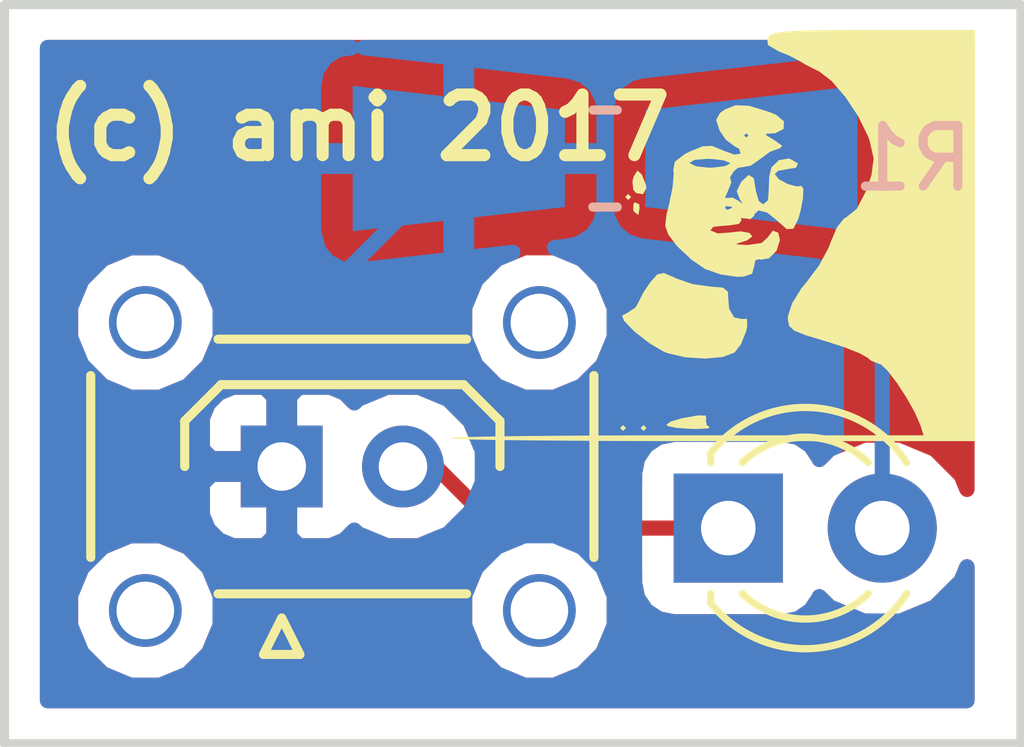
<source format=kicad_pcb>
(kicad_pcb (version 20160815) (host pcbnew "(2017-01-24 revision 0b6147e)-makepkg")

  (general
    (links 3)
    (no_connects 0)
    (area 128.956999 94.920999 145.871001 107.263001)
    (thickness 1.6)
    (drawings 6)
    (tracks 8)
    (zones 0)
    (modules 4)
    (nets 4)
  )

  (page A4)
  (title_block
    (title "LED 2 layer example")
    (date 2017-01-28)
    (rev 0.1)
    (company "Amitesh Singh")
  )

  (layers
    (0 F.Cu signal)
    (31 B.Cu signal)
    (32 B.Adhes user)
    (33 F.Adhes user)
    (34 B.Paste user)
    (35 F.Paste user)
    (36 B.SilkS user)
    (37 F.SilkS user)
    (38 B.Mask user)
    (39 F.Mask user)
    (40 Dwgs.User user)
    (41 Cmts.User user)
    (42 Eco1.User user)
    (43 Eco2.User user)
    (44 Edge.Cuts user)
    (45 Margin user)
    (46 B.CrtYd user)
    (47 F.CrtYd user)
    (48 B.Fab user)
    (49 F.Fab user)
  )

  (setup
    (last_trace_width 0.25)
    (trace_clearance 0.2)
    (zone_clearance 0.508)
    (zone_45_only no)
    (trace_min 0.2)
    (segment_width 0.2)
    (edge_width 0.15)
    (via_size 0.8)
    (via_drill 0.4)
    (via_min_size 0.4)
    (via_min_drill 0.3)
    (uvia_size 0.3)
    (uvia_drill 0.1)
    (uvias_allowed no)
    (uvia_min_size 0.2)
    (uvia_min_drill 0.1)
    (pcb_text_width 0.3)
    (pcb_text_size 1.5 1.5)
    (mod_edge_width 0.15)
    (mod_text_size 1 1)
    (mod_text_width 0.15)
    (pad_size 1.524 1.524)
    (pad_drill 0.762)
    (pad_to_mask_clearance 0.2)
    (aux_axis_origin 0 0)
    (visible_elements 7FFFFFFF)
    (pcbplotparams
      (layerselection 0x00030_ffffffff)
      (usegerberextensions false)
      (excludeedgelayer true)
      (linewidth 0.100000)
      (plotframeref false)
      (viasonmask false)
      (mode 1)
      (useauxorigin false)
      (hpglpennumber 1)
      (hpglpenspeed 20)
      (hpglpendiameter 15)
      (psnegative false)
      (psa4output false)
      (plotreference true)
      (plotvalue true)
      (plotinvisibletext false)
      (padsonsilk false)
      (subtractmaskfromsilk false)
      (outputformat 1)
      (mirror false)
      (drillshape 1)
      (scaleselection 1)
      (outputdirectory ""))
  )

  (net 0 "")
  (net 1 "Net-(D1-Pad2)")
  (net 2 GND)
  (net 3 VCC)

  (net_class Default "This is the default net class."
    (clearance 0.2)
    (trace_width 0.25)
    (via_dia 0.8)
    (via_drill 0.4)
    (uvia_dia 0.3)
    (uvia_drill 0.1)
    (add_net GND)
    (add_net "Net-(D1-Pad2)")
    (add_net VCC)
  )

  (module LEDs:LED_D3.0mm (layer F.Cu) (tedit 588C320D) (tstamp 588C1E8C)
    (at 140.97 103.632)
    (descr "LED, diameter 3.0mm, 2 pins")
    (tags "LED diameter 3.0mm 2 pins")
    (path /588C17F9)
    (fp_text reference D1 (at 1.27 -2.96) (layer F.SilkS) hide
      (effects (font (size 1 1) (thickness 0.15)))
    )
    (fp_text value LED (at 1.524 2.286) (layer F.Fab) hide
      (effects (font (size 1 1) (thickness 0.15)))
    )
    (fp_line (start 3.7 -2.25) (end -1.15 -2.25) (layer F.CrtYd) (width 0.05))
    (fp_line (start 3.7 2.25) (end 3.7 -2.25) (layer F.CrtYd) (width 0.05))
    (fp_line (start -1.15 2.25) (end 3.7 2.25) (layer F.CrtYd) (width 0.05))
    (fp_line (start -1.15 -2.25) (end -1.15 2.25) (layer F.CrtYd) (width 0.05))
    (fp_line (start -0.29 1.08) (end -0.29 1.236) (layer F.SilkS) (width 0.12))
    (fp_line (start -0.29 -1.236) (end -0.29 -1.08) (layer F.SilkS) (width 0.12))
    (fp_line (start -0.23 -1.16619) (end -0.23 1.16619) (layer F.Fab) (width 0.1))
    (fp_circle (center 1.27 0) (end 2.77 0) (layer F.Fab) (width 0.1))
    (fp_arc (start 1.27 0) (end 0.229039 1.08) (angle -87.9) (layer F.SilkS) (width 0.12))
    (fp_arc (start 1.27 0) (end 0.229039 -1.08) (angle 87.9) (layer F.SilkS) (width 0.12))
    (fp_arc (start 1.27 0) (end -0.29 1.235516) (angle -108.8) (layer F.SilkS) (width 0.12))
    (fp_arc (start 1.27 0) (end -0.29 -1.235516) (angle 108.8) (layer F.SilkS) (width 0.12))
    (fp_arc (start 1.27 0) (end -0.23 -1.16619) (angle 284.3) (layer F.Fab) (width 0.1))
    (pad 2 thru_hole circle (at 2.54 0) (size 1.8 1.8) (drill 0.9) (layers *.Cu *.Mask)
      (net 1 "Net-(D1-Pad2)"))
    (pad 1 thru_hole rect (at 0 0) (size 1.8 1.8) (drill 0.9) (layers *.Cu *.Mask)
      (net 2 GND))
    (model LEDs.3dshapes/LED_D3.0mm.wrl
      (at (xyz 0 0 0))
      (scale (xyz 0.393701 0.393701 0.393701))
      (rotate (xyz 0 0 0))
    )
  )

  (module Resistors_Universal:Resistor_SMDuniversal_0805to1206_HandSoldering (layer B.Cu) (tedit 588C2F35) (tstamp 588C1E96)
    (at 138.938 97.536)
    (descr "Resistor, SMD, universal, 0805 to 1206, Hand soldering,")
    (tags "Resistor, SMD, universal, 0805 to 1206, Hand soldering,")
    (path /588C17AD)
    (fp_text reference R1 (at 5.08 0) (layer B.SilkS)
      (effects (font (size 1 1) (thickness 0.15)) (justify mirror))
    )
    (fp_text value R (at 0 0 90) (layer B.Fab)
      (effects (font (size 1 1) (thickness 0.15)) (justify mirror))
    )
    (fp_line (start -0.20066 0.8001) (end 0.20066 0.8001) (layer B.SilkS) (width 0.15))
    (fp_line (start -0.09906 0.8001) (end -0.20066 0.8001) (layer B.SilkS) (width 0.15))
    (fp_line (start 0 -0.8001) (end -0.20066 -0.8001) (layer B.SilkS) (width 0.15))
    (fp_line (start 0 -0.8001) (end 0.20066 -0.8001) (layer B.SilkS) (width 0.15))
    (pad 2 smd trapezoid (at 2.413 0 180) (size 3.50012 1.99898) (rect_delta 0.39878 0 ) (layers B.Cu B.Paste B.Mask)
      (net 1 "Net-(D1-Pad2)"))
    (pad 1 smd trapezoid (at -2.413 0) (size 3.50012 1.99898) (rect_delta 0.39878 0 ) (layers B.Cu B.Paste B.Mask)
      (net 3 VCC))
  )

  (module Connectors_Harwin:Harwin_LTek-Male_02x2.00mm_Straight_StrainRelief (layer F.Cu) (tedit 588C3205) (tstamp 588C27FE)
    (at 133.604 102.616)
    (descr "Harwin LTek Connector, 2 pins, single row male, vertical entry, strain relief clip")
    (tags "connector harwin ltek M80")
    (path /588C1E88)
    (fp_text reference P1 (at 1 -3.5) (layer F.SilkS) hide
      (effects (font (size 1 1) (thickness 0.15)))
    )
    (fp_text value CONN_01X02 (at 1.27 3.81) (layer F.Fab) hide
      (effects (font (size 1 1) (thickness 0.15)))
    )
    (fp_line (start 0.3 3.1) (end 0 2.5) (layer F.SilkS) (width 0.15))
    (fp_line (start -0.3 3.1) (end 0.3 3.1) (layer F.SilkS) (width 0.15))
    (fp_line (start 0 2.5) (end -0.3 3.1) (layer F.SilkS) (width 0.15))
    (fp_line (start 3 -1.35) (end 1 -1.35) (layer F.SilkS) (width 0.15))
    (fp_line (start 3.6 -0.75) (end 3 -1.35) (layer F.SilkS) (width 0.15))
    (fp_line (start 3.6 0) (end 3.6 -0.75) (layer F.SilkS) (width 0.15))
    (fp_line (start -1 -1.35) (end 1 -1.35) (layer F.SilkS) (width 0.15))
    (fp_line (start -1.6 -0.75) (end -1 -1.35) (layer F.SilkS) (width 0.15))
    (fp_line (start -1.6 0) (end -1.6 -0.75) (layer F.SilkS) (width 0.15))
    (fp_line (start 3.75 1.5) (end -1.75 1.5) (layer F.Fab) (width 0.05))
    (fp_line (start 3.75 -0.75) (end 3.75 1.5) (layer F.Fab) (width 0.05))
    (fp_line (start 3 -1.5) (end 3.75 -0.75) (layer F.Fab) (width 0.05))
    (fp_line (start -1 -1.5) (end 3 -1.5) (layer F.Fab) (width 0.05))
    (fp_line (start -1.75 -0.75) (end -1 -1.5) (layer F.Fab) (width 0.05))
    (fp_line (start -1.75 1.5) (end -1.75 -0.75) (layer F.Fab) (width 0.05))
    (fp_line (start 5.05 -2) (end -3.05 -2) (layer F.Fab) (width 0.05))
    (fp_line (start 5.05 2) (end 5.05 -2) (layer F.Fab) (width 0.05))
    (fp_line (start -3.05 2) (end 5.05 2) (layer F.Fab) (width 0.05))
    (fp_line (start -3.05 -2) (end -3.05 2) (layer F.Fab) (width 0.05))
    (fp_line (start 5.5 -3.5) (end -3.5 -3.5) (layer F.CrtYd) (width 0.05))
    (fp_line (start 5.5 3.5) (end 5.5 -3.5) (layer F.CrtYd) (width 0.05))
    (fp_line (start -3.5 3.5) (end 5.5 3.5) (layer F.CrtYd) (width 0.05))
    (fp_line (start -3.5 -3.5) (end -3.5 3.5) (layer F.CrtYd) (width 0.05))
    (fp_line (start 5.15 -1.5) (end 5.15 1.5) (layer F.SilkS) (width 0.15))
    (fp_line (start -3.15 -1.5) (end -3.15 1.5) (layer F.SilkS) (width 0.15))
    (fp_line (start -1.05 2.1) (end 3.05 2.1) (layer F.SilkS) (width 0.15))
    (fp_line (start -1.05 -2.1) (end 3.05 -2.1) (layer F.SilkS) (width 0.15))
    (pad "" thru_hole circle (at 4.25 2.375) (size 1.2 1.2) (drill 0.95) (layers *.Cu *.Mask))
    (pad "" thru_hole circle (at 4.25 -2.375) (size 1.2 1.2) (drill 0.95) (layers *.Cu *.Mask))
    (pad "" thru_hole circle (at -2.25 2.375) (size 1.2 1.2) (drill 0.95) (layers *.Cu *.Mask))
    (pad "" thru_hole circle (at -2.25 -2.375) (size 1.2 1.2) (drill 0.95) (layers *.Cu *.Mask))
    (pad 2 thru_hole circle (at 2 0) (size 1.35 1.35) (drill 0.8) (layers *.Cu *.Mask)
      (net 2 GND))
    (pad 1 thru_hole rect (at 0 0) (size 1.35 1.35) (drill 0.8) (layers *.Cu *.Mask)
      (net 3 VCC))
    (model Connectors_Harwin.3dshapes/Harwin_LTek-Male_02x2.00mm_Straight_StrainRelief.wrl
      (at (xyz 0 0 0))
      (scale (xyz 1 1 1))
      (rotate (xyz 0 0 0))
    )
  )

  (module led2layer:superme (layer F.Cu) (tedit 588C3175) (tstamp 588C30BC)
    (at 140.716 98.806)
    (fp_text reference G*** (at 0 0) (layer F.SilkS) hide
      (effects (font (thickness 0.3)))
    )
    (fp_text value LOGO (at 1.016 0.254) (layer F.SilkS) hide
      (effects (font (thickness 0.3)))
    )
    (fp_poly (pts (xy -1.174848 -1.001932) (xy -1.108553 -0.835263) (xy -1.101964 -0.783166) (xy -1.154454 -0.687075)
      (xy -1.261268 -0.703585) (xy -1.307612 -0.754359) (xy -1.321651 -0.891512) (xy -1.300826 -0.973125)
      (xy -1.241858 -1.063868) (xy -1.174848 -1.001932)) (layer F.SilkS) (width 0.01))
    (fp_poly (pts (xy -1.354667 -0.635) (xy -1.397 -0.592666) (xy -1.439334 -0.635) (xy -1.397 -0.677333)
      (xy -1.354667 -0.635)) (layer F.SilkS) (width 0.01))
    (fp_poly (pts (xy -1.222468 -0.515682) (xy -1.213556 -0.461942) (xy -1.232025 -0.346905) (xy -1.293325 -0.393625)
      (xy -1.308718 -0.417483) (xy -1.304455 -0.524221) (xy -1.285493 -0.540758) (xy -1.222468 -0.515682)) (layer F.SilkS) (width 0.01))
    (fp_poly (pts (xy 0.599715 -2.134372) (xy 0.911081 -2.038929) (xy 1.037166 -1.989426) (xy 1.167461 -1.881387)
      (xy 1.162036 -1.761872) (xy 1.029634 -1.692658) (xy 0.994833 -1.690333) (xy 0.868566 -1.682959)
      (xy 0.880286 -1.647657) (xy 1.016 -1.566333) (xy 1.137143 -1.47808) (xy 1.103782 -1.442679)
      (xy 1.095464 -1.442333) (xy 0.94105 -1.385676) (xy 0.776868 -1.26568) (xy 0.623349 -1.156396)
      (xy 0.516497 -1.137748) (xy 0.409623 -1.120328) (xy 0.337892 -1.057401) (xy 0.276273 -0.955299)
      (xy 0.288945 -0.931333) (xy 0.297454 -0.868359) (xy 0.24551 -0.740833) (xy 0.194676 -0.622351)
      (xy 0.213574 -0.613099) (xy 0.325194 -0.619887) (xy 0.415543 -0.570765) (xy 0.505205 -0.50776)
      (xy 0.476141 -0.560746) (xy 0.4515 -0.592907) (xy 0.398848 -0.731912) (xy 0.471792 -0.883059)
      (xy 0.591547 -0.994178) (xy 0.669689 -0.941895) (xy 0.707091 -0.725624) (xy 0.707114 -0.725223)
      (xy 0.75408 -0.563375) (xy 0.831881 -0.50806) (xy 0.913935 -0.581838) (xy 0.925563 -0.740833)
      (xy 0.934117 -0.971933) (xy 0.970574 -1.121833) (xy 1.09131 -1.239379) (xy 1.260868 -1.266013)
      (xy 1.394579 -1.189125) (xy 1.397 -1.185333) (xy 1.367024 -1.122551) (xy 1.232663 -1.100666)
      (xy 1.071188 -1.071386) (xy 1.016 -1.013272) (xy 1.085663 -0.923804) (xy 1.239987 -0.84161)
      (xy 1.396976 -0.803943) (xy 1.45309 -0.814692) (xy 1.487392 -0.774007) (xy 1.481946 -0.620595)
      (xy 1.441314 -0.40516) (xy 1.404521 -0.275166) (xy 1.325172 -0.117043) (xy 1.219304 -0.110291)
      (xy 1.059049 -0.253209) (xy 1.058333 -0.254) (xy 0.896313 -0.383263) (xy 0.75405 -0.420317)
      (xy 0.679782 -0.355588) (xy 0.677333 -0.329608) (xy 0.615403 -0.273913) (xy 0.545935 -0.286305)
      (xy 0.458536 -0.292222) (xy 0.466266 -0.25303) (xy 0.429348 -0.196794) (xy 0.25794 -0.170137)
      (xy 0.211666 -0.169333) (xy 0.009146 -0.148731) (xy -0.044548 -0.090596) (xy -0.03927 -0.07971)
      (xy 0.077479 -0.030202) (xy 0.259994 -0.04365) (xy 0.461311 -0.06376) (xy 0.600186 -0.038595)
      (xy 0.644412 0.013937) (xy 0.561786 0.075929) (xy 0.507146 0.093778) (xy 0.381749 0.13362)
      (xy 0.403153 0.152254) (xy 0.574157 0.160894) (xy 0.804189 0.128672) (xy 0.900715 0.042334)
      (xy 0.991026 -0.075065) (xy 1.075142 -0.043102) (xy 1.100666 0.0743) (xy 1.047241 0.246943)
      (xy 0.924174 0.370553) (xy 0.787281 0.393643) (xy 0.765708 0.383292) (xy 0.695404 0.40585)
      (xy 0.677333 0.503003) (xy 0.643188 0.626095) (xy 0.510212 0.672918) (xy 0.402166 0.676812)
      (xy 0.121918 0.635573) (xy -0.127 0.546757) (xy -0.353951 0.391646) (xy -0.576503 0.181687)
      (xy -0.602339 0.151756) (xy -0.731681 -0.017739) (xy -0.780609 -0.157721) (xy -0.761236 -0.340022)
      (xy -0.726476 -0.479778) (xy 0.197555 -0.479778) (xy 0.209177 -0.429443) (xy 0.254 -0.423333)
      (xy 0.32369 -0.454311) (xy 0.310444 -0.479778) (xy 0.209964 -0.489911) (xy 0.197555 -0.479778)
      (xy -0.726476 -0.479778) (xy -0.715968 -0.522022) (xy -0.660159 -0.792024) (xy -0.640938 -1.01317)
      (xy -0.64793 -1.082036) (xy -0.62543 -1.204114) (xy -0.386331 -1.204114) (xy -0.381486 -1.186119)
      (xy -0.270983 -1.135403) (xy -0.061435 -1.114251) (xy 0.001014 -1.115195) (xy 0.198078 -1.138974)
      (xy 0.289154 -1.182671) (xy 0.287839 -1.199076) (xy 0.182833 -1.244031) (xy -0.02455 -1.268502)
      (xy -0.094661 -1.27) (xy -0.305222 -1.252056) (xy -0.386331 -1.204114) (xy -0.62543 -1.204114)
      (xy -0.623635 -1.21385) (xy -0.460956 -1.339383) (xy -0.382569 -1.379201) (xy -0.167508 -1.467551)
      (xy -0.013347 -1.473249) (xy 0.165174 -1.399149) (xy 0.168093 -1.397641) (xy 0.35354 -1.329977)
      (xy 0.459959 -1.345811) (xy 0.462091 -1.348881) (xy 0.436878 -1.434438) (xy 0.361062 -1.475443)
      (xy 0.215341 -1.584564) (xy 0.170875 -1.651) (xy 0.508 -1.651) (xy 0.550333 -1.608666)
      (xy 0.592666 -1.651) (xy 0.550333 -1.693333) (xy 0.508 -1.651) (xy 0.170875 -1.651)
      (xy 0.112621 -1.738035) (xy 0.059154 -1.907252) (xy 0.121908 -2.017901) (xy 0.201843 -2.075683)
      (xy 0.377058 -2.145203) (xy 0.599715 -2.134372)) (layer F.SilkS) (width 0.01))
    (fp_poly (pts (xy -0.638427 0.696059) (xy -0.610657 0.710364) (xy -0.333584 0.806884) (xy -0.041216 0.846667)
      (xy 0.165659 0.864221) (xy 0.244082 0.930096) (xy 0.246309 0.994834) (xy 0.262332 1.209076)
      (xy 0.348042 1.354723) (xy 0.473778 1.382126) (xy 0.476974 1.380945) (xy 0.557863 1.379531)
      (xy 0.562261 1.490911) (xy 0.544479 1.576791) (xy 0.458654 1.791871) (xy 0.354662 1.926167)
      (xy 0.162109 1.999354) (xy -0.12816 2.025034) (xy -0.45155 2.003951) (xy -0.743462 1.936849)
      (xy -0.804334 1.912802) (xy -1.037774 1.776617) (xy -1.27972 1.589056) (xy -1.312334 1.559029)
      (xy -1.462258 1.403416) (xy -1.492103 1.322867) (xy -1.422145 1.288472) (xy -1.272339 1.190234)
      (xy -1.230246 1.116392) (xy -1.144008 0.944686) (xy -1.028387 0.773864) (xy -0.914312 0.645319)
      (xy -0.808973 0.623131) (xy -0.638427 0.696059)) (layer F.SilkS) (width 0.01))
    (fp_poly (pts (xy -0.123116 2.973568) (xy -0.112531 3.02262) (xy -0.122531 3.040769) (xy -0.10438 3.132843)
      (xy -0.064028 3.156069) (xy -0.075412 3.175931) (xy -0.220909 3.185308) (xy -0.359317 3.184467)
      (xy -0.59383 3.168927) (xy -0.738789 3.140046) (xy -0.761484 3.122084) (xy -0.688705 3.071024)
      (xy -0.511422 3.019125) (xy -0.497417 3.01625) (xy -0.242246 2.972044) (xy -0.123116 2.973568)) (layer F.SilkS) (width 0.01))
    (fp_poly (pts (xy -1.100667 3.175) (xy -1.143 3.217334) (xy -1.185334 3.175) (xy -1.143 3.132667)
      (xy -1.100667 3.175)) (layer F.SilkS) (width 0.01))
    (fp_poly (pts (xy -1.439334 3.175) (xy -1.481667 3.217334) (xy -1.524 3.175) (xy -1.481667 3.132667)
      (xy -1.439334 3.175)) (layer F.SilkS) (width 0.01))
    (fp_poly (pts (xy 4.318 3.386667) (xy -0.014112 3.386667) (xy -0.85098 3.385848) (xy -1.632976 3.383496)
      (xy -2.344464 3.37977) (xy -2.969807 3.374827) (xy -3.493371 3.368825) (xy -3.899518 3.361923)
      (xy -4.172613 3.354279) (xy -4.297021 3.34605) (xy -4.302872 3.343316) (xy -4.211925 3.334447)
      (xy -3.968661 3.326199) (xy -3.590095 3.318758) (xy -3.093242 3.312313) (xy -2.495118 3.307049)
      (xy -1.812737 3.303156) (xy -1.063115 3.30082) (xy -0.388637 3.300199) (xy 3.482246 3.300432)
      (xy 3.426447 3.124624) (xy 3.33836 2.921254) (xy 3.19991 2.674949) (xy 3.040775 2.430322)
      (xy 2.890634 2.231989) (xy 2.779164 2.124563) (xy 2.755944 2.116667) (xy 2.615922 2.062118)
      (xy 2.553992 2.012126) (xy 2.424906 1.938697) (xy 2.181789 1.842314) (xy 1.874531 1.742508)
      (xy 1.838558 1.732044) (xy 1.527171 1.638355) (xy 1.346147 1.564754) (xy 1.262095 1.488226)
      (xy 1.241621 1.385758) (xy 1.244432 1.322552) (xy 1.311817 1.119249) (xy 1.464825 0.873366)
      (xy 1.556956 0.76123) (xy 1.75631 0.493924) (xy 1.914345 0.201321) (xy 1.955278 0.091535)
      (xy 2.051101 -0.132736) (xy 2.165889 -0.277111) (xy 2.200698 -0.296132) (xy 2.379044 -0.439029)
      (xy 2.538287 -0.746089) (xy 2.622211 -1.002439) (xy 2.656289 -1.272941) (xy 2.5907 -1.566551)
      (xy 2.564276 -1.637439) (xy 2.402392 -1.96713) (xy 2.189727 -2.287811) (xy 1.962933 -2.551272)
      (xy 1.758662 -2.709306) (xy 1.744278 -2.716) (xy 1.540879 -2.817728) (xy 1.439333 -2.878515)
      (xy 1.264743 -2.970376) (xy 1.081117 -3.04534) (xy 0.91349 -3.145121) (xy 0.899675 -3.256956)
      (xy 0.938361 -3.301971) (xy 1.029329 -3.335469) (xy 1.194012 -3.359052) (xy 1.453843 -3.374324)
      (xy 1.830254 -3.382888) (xy 2.344679 -3.386348) (xy 2.633725 -3.386666) (xy 4.318 -3.386666)
      (xy 4.318 3.386667)) (layer F.SilkS) (width 0.01))
  )

  (gr_text "(c) ami 2017" (at 134.874 97.028) (layer F.SilkS)
    (effects (font (size 1 1) (thickness 0.2)))
  )
  (gr_line (start 129.286 94.996) (end 129.032 94.996) (angle 90) (layer Edge.Cuts) (width 0.15))
  (gr_line (start 129.032 107.188) (end 129.032 94.996) (angle 90) (layer Edge.Cuts) (width 0.15))
  (gr_line (start 145.796 107.188) (end 129.032 107.188) (angle 90) (layer Edge.Cuts) (width 0.15))
  (gr_line (start 145.796 94.996) (end 145.796 107.188) (angle 90) (layer Edge.Cuts) (width 0.15))
  (gr_line (start 129.286 94.996) (end 145.796 94.996) (angle 90) (layer Edge.Cuts) (width 0.15))

  (segment (start 141.351 97.536) (end 141.732 97.536) (width 0.25) (layer B.Cu) (net 1))
  (segment (start 141.732 97.536) (end 143.51 99.314) (width 0.25) (layer B.Cu) (net 1) (tstamp 588C2A5A))
  (segment (start 143.51 99.314) (end 143.51 103.632) (width 0.25) (layer B.Cu) (net 1) (tstamp 588C2A64))
  (segment (start 135.604 102.616) (end 136.144 102.616) (width 0.25) (layer F.Cu) (net 2))
  (segment (start 136.144 102.616) (end 137.16 103.632) (width 0.25) (layer F.Cu) (net 2) (tstamp 588C2A70))
  (segment (start 137.16 103.632) (end 140.97 103.632) (width 0.25) (layer F.Cu) (net 2) (tstamp 588C2A7A))
  (segment (start 133.604 102.616) (end 133.604 100.457) (width 0.25) (layer B.Cu) (net 3))
  (segment (start 133.604 100.457) (end 136.525 97.536) (width 0.25) (layer B.Cu) (net 3) (tstamp 588C2A55))

  (zone (net 3) (net_name VCC) (layer B.Cu) (tstamp 588C2A49) (hatch edge 0.508)
    (connect_pads (clearance 0.508))
    (min_thickness 0.254)
    (fill yes (arc_segments 16) (thermal_gap 0.508) (thermal_bridge_width 0.508))
    (polygon
      (pts
        (xy 145.034 106.68) (xy 129.54 106.68) (xy 129.54 95.504) (xy 145.034 95.504)
      )
    )
    (filled_polygon
      (pts
        (xy 134.527175 95.738963) (xy 134.317131 95.879311) (xy 134.176783 96.089355) (xy 134.1275 96.33712) (xy 134.1275 97.409)
        (xy 136.398 97.409) (xy 136.652 97.409) (xy 138.9225 97.409) (xy 138.9225 96.7359) (xy 138.897419 96.55744)
        (xy 138.781751 96.332858) (xy 138.588944 96.169635) (xy 138.348351 96.092622) (xy 136.652 95.899351) (xy 136.652 97.409)
        (xy 136.398 97.409) (xy 136.398 95.870412) (xy 134.954943 95.706) (xy 142.921057 95.706) (xy 139.527649 96.092622)
        (xy 139.353175 96.137743) (xy 139.143131 96.278091) (xy 139.002783 96.488135) (xy 138.9535 96.7359) (xy 138.9535 98.3361)
        (xy 138.978581 98.51456) (xy 139.094249 98.739142) (xy 139.287056 98.902365) (xy 139.527649 98.979378) (xy 142.431411 99.310213)
        (xy 142.75 99.628802) (xy 142.75 102.285154) (xy 142.641629 102.329932) (xy 142.471288 102.499975) (xy 142.468157 102.484235)
        (xy 142.327809 102.274191) (xy 142.117765 102.133843) (xy 141.87 102.08456) (xy 140.07 102.08456) (xy 139.822235 102.133843)
        (xy 139.612191 102.274191) (xy 139.471843 102.484235) (xy 139.42256 102.732) (xy 139.42256 104.532) (xy 139.471843 104.779765)
        (xy 139.612191 104.989809) (xy 139.822235 105.130157) (xy 140.07 105.17944) (xy 141.87 105.17944) (xy 142.117765 105.130157)
        (xy 142.327809 104.989809) (xy 142.468157 104.779765) (xy 142.471261 104.764161) (xy 142.639357 104.932551) (xy 143.20333 105.166733)
        (xy 143.813991 105.167265) (xy 144.378371 104.934068) (xy 144.810551 104.502643) (xy 144.907 104.270368) (xy 144.907 106.478)
        (xy 129.742 106.478) (xy 129.742 105.235579) (xy 130.118786 105.235579) (xy 130.306408 105.689657) (xy 130.653515 106.037371)
        (xy 131.107266 106.225785) (xy 131.598579 106.226214) (xy 132.052657 106.038592) (xy 132.400371 105.691485) (xy 132.588785 105.237734)
        (xy 132.588786 105.235579) (xy 136.618786 105.235579) (xy 136.806408 105.689657) (xy 137.153515 106.037371) (xy 137.607266 106.225785)
        (xy 138.098579 106.226214) (xy 138.552657 106.038592) (xy 138.900371 105.691485) (xy 139.088785 105.237734) (xy 139.089214 104.746421)
        (xy 138.901592 104.292343) (xy 138.554485 103.944629) (xy 138.100734 103.756215) (xy 137.609421 103.755786) (xy 137.155343 103.943408)
        (xy 136.807629 104.290515) (xy 136.619215 104.744266) (xy 136.618786 105.235579) (xy 132.588786 105.235579) (xy 132.589214 104.746421)
        (xy 132.401592 104.292343) (xy 132.054485 103.944629) (xy 131.600734 103.756215) (xy 131.109421 103.755786) (xy 130.655343 103.943408)
        (xy 130.307629 104.290515) (xy 130.119215 104.744266) (xy 130.118786 105.235579) (xy 129.742 105.235579) (xy 129.742 102.90175)
        (xy 132.294 102.90175) (xy 132.294 103.41731) (xy 132.390673 103.650699) (xy 132.569302 103.829327) (xy 132.802691 103.926)
        (xy 133.31825 103.926) (xy 133.477 103.76725) (xy 133.477 102.743) (xy 132.45275 102.743) (xy 132.294 102.90175)
        (xy 129.742 102.90175) (xy 129.742 101.81469) (xy 132.294 101.81469) (xy 132.294 102.33025) (xy 132.45275 102.489)
        (xy 133.477 102.489) (xy 133.477 101.46475) (xy 133.731 101.46475) (xy 133.731 102.489) (xy 133.751 102.489)
        (xy 133.751 102.743) (xy 133.731 102.743) (xy 133.731 103.76725) (xy 133.88975 103.926) (xy 134.405309 103.926)
        (xy 134.638698 103.829327) (xy 134.801595 103.666431) (xy 134.860976 103.725916) (xy 135.342282 103.925772) (xy 135.863432 103.926226)
        (xy 136.345086 103.727211) (xy 136.713916 103.359024) (xy 136.913772 102.877718) (xy 136.914226 102.356568) (xy 136.715211 101.874914)
        (xy 136.347024 101.506084) (xy 135.865718 101.306228) (xy 135.344568 101.305774) (xy 134.862914 101.504789) (xy 134.801811 101.565785)
        (xy 134.638698 101.402673) (xy 134.405309 101.306) (xy 133.88975 101.306) (xy 133.731 101.46475) (xy 133.477 101.46475)
        (xy 133.31825 101.306) (xy 132.802691 101.306) (xy 132.569302 101.402673) (xy 132.390673 101.581301) (xy 132.294 101.81469)
        (xy 129.742 101.81469) (xy 129.742 100.485579) (xy 130.118786 100.485579) (xy 130.306408 100.939657) (xy 130.653515 101.287371)
        (xy 131.107266 101.475785) (xy 131.598579 101.476214) (xy 132.052657 101.288592) (xy 132.400371 100.941485) (xy 132.588785 100.487734)
        (xy 132.588786 100.485579) (xy 136.618786 100.485579) (xy 136.806408 100.939657) (xy 137.153515 101.287371) (xy 137.607266 101.475785)
        (xy 138.098579 101.476214) (xy 138.552657 101.288592) (xy 138.900371 100.941485) (xy 139.088785 100.487734) (xy 139.089214 99.996421)
        (xy 138.901592 99.542343) (xy 138.554485 99.194629) (xy 138.103332 99.007294) (xy 138.348351 98.979378) (xy 138.522825 98.934257)
        (xy 138.732869 98.793909) (xy 138.873217 98.583865) (xy 138.9225 98.3361) (xy 138.9225 97.663) (xy 136.652 97.663)
        (xy 136.652 99.172649) (xy 137.416342 99.085565) (xy 137.155343 99.193408) (xy 136.807629 99.540515) (xy 136.619215 99.994266)
        (xy 136.618786 100.485579) (xy 132.588786 100.485579) (xy 132.589214 99.996421) (xy 132.401592 99.542343) (xy 132.054485 99.194629)
        (xy 131.600734 99.006215) (xy 131.109421 99.005786) (xy 130.655343 99.193408) (xy 130.307629 99.540515) (xy 130.119215 99.994266)
        (xy 130.118786 100.485579) (xy 129.742 100.485579) (xy 129.742 97.663) (xy 134.1275 97.663) (xy 134.1275 98.73488)
        (xy 134.208675 99.048764) (xy 134.371898 99.241571) (xy 134.59648 99.357239) (xy 134.848231 99.378158) (xy 136.398 99.201588)
        (xy 136.398 97.663) (xy 134.1275 97.663) (xy 129.742 97.663) (xy 129.742 95.706) (xy 134.761721 95.706)
      )
    )
  )
  (zone (net 3) (net_name VCC) (layer F.Cu) (tstamp 588C2AAD) (hatch edge 0.508)
    (connect_pads (clearance 0.508))
    (min_thickness 0.254)
    (fill yes (arc_segments 16) (thermal_gap 0.508) (thermal_bridge_width 0.508))
    (polygon
      (pts
        (xy 145.034 106.68) (xy 129.54 106.68) (xy 129.54 95.504) (xy 145.034 95.504)
      )
    )
    (filled_polygon
      (pts
        (xy 144.907 102.993382) (xy 144.812068 102.763629) (xy 144.380643 102.331449) (xy 143.81667 102.097267) (xy 143.206009 102.096735)
        (xy 142.641629 102.329932) (xy 142.471288 102.499975) (xy 142.468157 102.484235) (xy 142.327809 102.274191) (xy 142.117765 102.133843)
        (xy 141.87 102.08456) (xy 140.07 102.08456) (xy 139.822235 102.133843) (xy 139.612191 102.274191) (xy 139.471843 102.484235)
        (xy 139.42256 102.732) (xy 139.42256 102.872) (xy 137.474802 102.872) (xy 136.882439 102.279637) (xy 136.715211 101.874914)
        (xy 136.347024 101.506084) (xy 135.865718 101.306228) (xy 135.344568 101.305774) (xy 134.862914 101.504789) (xy 134.801811 101.565785)
        (xy 134.638698 101.402673) (xy 134.405309 101.306) (xy 133.88975 101.306) (xy 133.731 101.46475) (xy 133.731 102.489)
        (xy 133.751 102.489) (xy 133.751 102.743) (xy 133.731 102.743) (xy 133.731 103.76725) (xy 133.88975 103.926)
        (xy 134.405309 103.926) (xy 134.638698 103.829327) (xy 134.801595 103.666431) (xy 134.860976 103.725916) (xy 135.342282 103.925772)
        (xy 135.863432 103.926226) (xy 136.228558 103.77536) (xy 136.622599 104.169401) (xy 136.80681 104.292487) (xy 136.619215 104.744266)
        (xy 136.618786 105.235579) (xy 136.806408 105.689657) (xy 137.153515 106.037371) (xy 137.607266 106.225785) (xy 138.098579 106.226214)
        (xy 138.552657 106.038592) (xy 138.900371 105.691485) (xy 139.088785 105.237734) (xy 139.089214 104.746421) (xy 138.94277 104.392)
        (xy 139.42256 104.392) (xy 139.42256 104.532) (xy 139.471843 104.779765) (xy 139.612191 104.989809) (xy 139.822235 105.130157)
        (xy 140.07 105.17944) (xy 141.87 105.17944) (xy 142.117765 105.130157) (xy 142.327809 104.989809) (xy 142.468157 104.779765)
        (xy 142.471261 104.764161) (xy 142.639357 104.932551) (xy 143.20333 105.166733) (xy 143.813991 105.167265) (xy 144.378371 104.934068)
        (xy 144.810551 104.502643) (xy 144.907 104.270368) (xy 144.907 106.478) (xy 129.742 106.478) (xy 129.742 105.235579)
        (xy 130.118786 105.235579) (xy 130.306408 105.689657) (xy 130.653515 106.037371) (xy 131.107266 106.225785) (xy 131.598579 106.226214)
        (xy 132.052657 106.038592) (xy 132.400371 105.691485) (xy 132.588785 105.237734) (xy 132.589214 104.746421) (xy 132.401592 104.292343)
        (xy 132.054485 103.944629) (xy 131.600734 103.756215) (xy 131.109421 103.755786) (xy 130.655343 103.943408) (xy 130.307629 104.290515)
        (xy 130.119215 104.744266) (xy 130.118786 105.235579) (xy 129.742 105.235579) (xy 129.742 102.90175) (xy 132.294 102.90175)
        (xy 132.294 103.41731) (xy 132.390673 103.650699) (xy 132.569302 103.829327) (xy 132.802691 103.926) (xy 133.31825 103.926)
        (xy 133.477 103.76725) (xy 133.477 102.743) (xy 132.45275 102.743) (xy 132.294 102.90175) (xy 129.742 102.90175)
        (xy 129.742 101.81469) (xy 132.294 101.81469) (xy 132.294 102.33025) (xy 132.45275 102.489) (xy 133.477 102.489)
        (xy 133.477 101.46475) (xy 133.31825 101.306) (xy 132.802691 101.306) (xy 132.569302 101.402673) (xy 132.390673 101.581301)
        (xy 132.294 101.81469) (xy 129.742 101.81469) (xy 129.742 100.485579) (xy 130.118786 100.485579) (xy 130.306408 100.939657)
        (xy 130.653515 101.287371) (xy 131.107266 101.475785) (xy 131.598579 101.476214) (xy 132.052657 101.288592) (xy 132.400371 100.941485)
        (xy 132.588785 100.487734) (xy 132.588786 100.485579) (xy 136.618786 100.485579) (xy 136.806408 100.939657) (xy 137.153515 101.287371)
        (xy 137.607266 101.475785) (xy 138.098579 101.476214) (xy 138.552657 101.288592) (xy 138.900371 100.941485) (xy 139.088785 100.487734)
        (xy 139.089214 99.996421) (xy 138.901592 99.542343) (xy 138.554485 99.194629) (xy 138.100734 99.006215) (xy 137.609421 99.005786)
        (xy 137.155343 99.193408) (xy 136.807629 99.540515) (xy 136.619215 99.994266) (xy 136.618786 100.485579) (xy 132.588786 100.485579)
        (xy 132.589214 99.996421) (xy 132.401592 99.542343) (xy 132.054485 99.194629) (xy 131.600734 99.006215) (xy 131.109421 99.005786)
        (xy 130.655343 99.193408) (xy 130.307629 99.540515) (xy 130.119215 99.994266) (xy 130.118786 100.485579) (xy 129.742 100.485579)
        (xy 129.742 95.706) (xy 144.907 95.706)
      )
    )
  )
)

</source>
